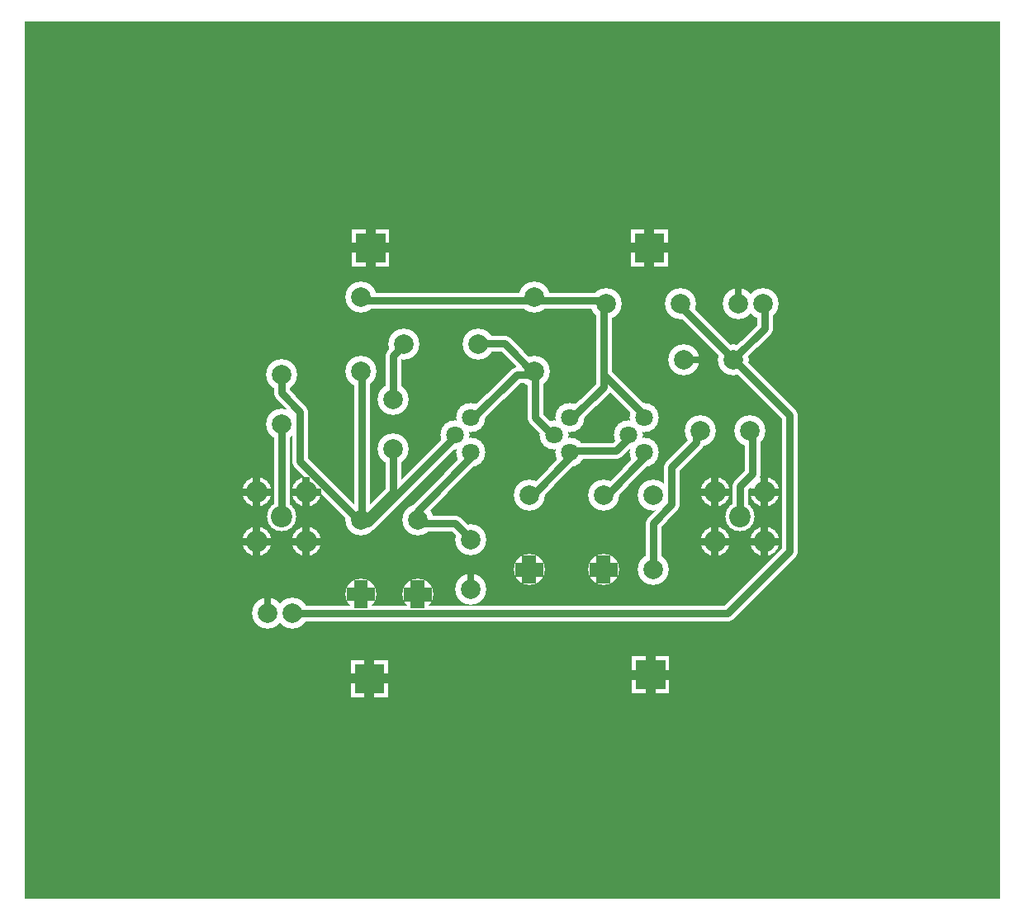
<source format=gbr>
%FSLAX34Y34*%
%MOMM*%
%LNCOPPER_BOTTOM*%
G71*
G01*
%ADD10C,3.200*%
%ADD11C,3.000*%
%ADD12C,1.600*%
%ADD13C,3.000*%
%ADD14C,2.800*%
%ADD15C,3.200*%
%ADD16C,0.667*%
%ADD17C,0.813*%
%ADD18C,0.733*%
%ADD19C,1.380*%
%ADD20C,1.467*%
%ADD21C,1.447*%
%ADD22C,1.000*%
%ADD23C,2.230*%
%ADD24C,2.000*%
%ADD25C,1.800*%
%ADD26C,0.800*%
%ADD27C,2.200*%
%ADD28C,2.000*%
%ADD29C,3.000*%
%LPD*%
G36*
X-200000Y700000D02*
X800000Y700000D01*
X800000Y-200000D01*
X-200000Y-200000D01*
X-200000Y700000D01*
G37*
%LPC*%
X144829Y341175D02*
G54D10*
D03*
X144879Y417425D02*
G54D10*
D03*
X63836Y337775D02*
G54D10*
D03*
X63948Y286794D02*
G54D10*
D03*
X178135Y312375D02*
G54D10*
D03*
X178248Y261394D02*
G54D10*
D03*
X144845Y112575D02*
G54D10*
D03*
X144895Y188825D02*
G54D10*
D03*
X265566Y369189D02*
G54D10*
D03*
X189316Y369239D02*
G54D10*
D03*
X203225Y188825D02*
G54D10*
D03*
X203175Y112575D02*
G54D10*
D03*
X322629Y341174D02*
G54D10*
D03*
X322678Y417424D02*
G54D10*
D03*
X257889Y117607D02*
G54D10*
D03*
X257777Y168588D02*
G54D10*
D03*
X317525Y214225D02*
G54D10*
D03*
X317475Y137975D02*
G54D10*
D03*
X393725Y214225D02*
G54D10*
D03*
X393675Y137975D02*
G54D10*
D03*
X444525Y214225D02*
G54D10*
D03*
X444475Y137975D02*
G54D10*
D03*
X543997Y280269D02*
G54D10*
D03*
X493016Y280157D02*
G54D10*
D03*
X472542Y410993D02*
G54D10*
D03*
X396292Y411043D02*
G54D10*
D03*
X531975Y410475D02*
G54D10*
D03*
X557475Y410475D02*
G54D10*
D03*
X49375Y92975D02*
G54D10*
D03*
X74875Y92975D02*
G54D10*
D03*
X257200Y293600D02*
G54D11*
D03*
X241300Y276025D02*
G54D11*
D03*
X257235Y258409D02*
G54D11*
D03*
X358800Y293600D02*
G54D11*
D03*
X342900Y276025D02*
G54D11*
D03*
X358835Y258409D02*
G54D11*
D03*
X435000Y293600D02*
G54D11*
D03*
X419100Y276025D02*
G54D11*
D03*
X435035Y258409D02*
G54D11*
D03*
G54D12*
X144895Y188825D02*
X146050Y185750D01*
X146050Y338150D01*
X144829Y341175D01*
G54D12*
X322678Y417424D02*
X323850Y414350D01*
X146050Y414350D01*
X144879Y417425D01*
G54D12*
X189316Y369239D02*
X190500Y369900D01*
X177800Y357200D01*
X177800Y312750D01*
X178135Y312375D01*
G54D12*
X144895Y188825D02*
X146050Y185750D01*
X177800Y217500D01*
X177800Y261950D01*
X178248Y261394D01*
G54D12*
X241300Y276025D02*
X241300Y274650D01*
X152400Y185750D01*
X146050Y185750D01*
X144895Y188825D01*
G54D12*
X257235Y258409D02*
X260350Y255600D01*
X203200Y198450D01*
X203200Y185750D01*
X203225Y188825D01*
G54D12*
X257777Y168588D02*
X260350Y166700D01*
X241300Y185750D01*
X203200Y185750D01*
X203225Y188825D01*
G54D12*
X358835Y258409D02*
X361950Y255600D01*
X317500Y211150D01*
X317525Y214225D01*
G54D12*
X342900Y276025D02*
X342900Y274650D01*
X323850Y293700D01*
X323850Y338150D01*
X322629Y341174D01*
G54D12*
X358800Y293600D02*
X361950Y293700D01*
X393700Y325450D01*
X393700Y408000D01*
X396292Y411043D01*
G54D12*
X322629Y341174D02*
X323850Y338150D01*
X292100Y369900D01*
X266700Y369900D01*
X265566Y369189D01*
G54D12*
X435000Y293600D02*
X438150Y293700D01*
X393700Y338150D01*
X393700Y408000D01*
X396292Y411043D01*
G54D12*
X493016Y280157D02*
X495300Y281000D01*
X488950Y274650D01*
X488950Y268300D01*
X463550Y242900D01*
X463550Y204800D01*
X444500Y185750D01*
X444500Y134950D01*
X444475Y137975D01*
G54D12*
X435035Y258409D02*
X438150Y255600D01*
X393700Y211150D01*
X393725Y214225D01*
G54D12*
X257200Y293600D02*
X260350Y293700D01*
X304800Y338150D01*
X323850Y338150D01*
X322629Y341174D01*
G54D12*
X396292Y411043D02*
X393700Y408000D01*
X387350Y414350D01*
X323850Y414350D01*
X322678Y417424D01*
X38100Y217500D02*
G54D13*
D03*
X88900Y217500D02*
G54D13*
D03*
X63500Y192100D02*
G54D13*
D03*
X88900Y166700D02*
G54D13*
D03*
X38100Y166700D02*
G54D13*
D03*
X508000Y217500D02*
G54D13*
D03*
X558800Y217500D02*
G54D13*
D03*
X533400Y192100D02*
G54D13*
D03*
X558800Y166700D02*
G54D13*
D03*
X508000Y166700D02*
G54D13*
D03*
G54D12*
X63500Y192100D02*
X63500Y287350D01*
X63948Y286794D01*
G54D12*
X144895Y188825D02*
X146050Y185750D01*
X82550Y249250D01*
X82550Y300050D01*
X63500Y319100D01*
X63500Y338150D01*
X63836Y337775D01*
G54D12*
X533400Y192100D02*
X533400Y223850D01*
X546100Y236550D01*
X546100Y281000D01*
X543997Y280269D01*
X476226Y352909D02*
G54D10*
D03*
X527206Y353022D02*
G54D10*
D03*
G54D12*
X527206Y353022D02*
X527050Y354000D01*
X584200Y296850D01*
X584200Y157150D01*
X520700Y93650D01*
X76200Y93650D01*
X74875Y92975D01*
G54D12*
X527206Y353022D02*
X527050Y354000D01*
X469900Y411150D01*
X472542Y410993D01*
G54D12*
X527206Y353022D02*
X527050Y354000D01*
X558800Y385750D01*
X558800Y411150D01*
X557475Y410475D01*
G54D12*
X419100Y276025D02*
X419100Y273050D01*
X406400Y260350D01*
X361950Y260350D01*
X358835Y258409D01*
X144845Y112575D02*
G54D14*
D03*
X203175Y112575D02*
G54D14*
D03*
X317475Y137975D02*
G54D14*
D03*
X393675Y137975D02*
G54D14*
D03*
X144845Y112575D02*
G54D14*
D03*
X203175Y112575D02*
G54D14*
D03*
X317475Y137975D02*
G54D14*
D03*
X393675Y137975D02*
G54D14*
D03*
G36*
X135973Y487148D02*
X173973Y487148D01*
X173973Y449148D01*
X135973Y449148D01*
X135973Y487148D01*
G37*
G36*
X421723Y487148D02*
X459723Y487148D01*
X459723Y449148D01*
X421723Y449148D01*
X421723Y487148D01*
G37*
G36*
X134703Y45188D02*
X172703Y45188D01*
X172703Y7188D01*
X134703Y7188D01*
X134703Y45188D01*
G37*
G36*
X422993Y48998D02*
X460993Y48998D01*
X460993Y10998D01*
X422993Y10998D01*
X422993Y48998D01*
G37*
X24790Y471400D02*
G54D15*
D03*
X24790Y26900D02*
G54D15*
D03*
X574700Y26900D02*
G54D15*
D03*
X574700Y471400D02*
G54D15*
D03*
X523900Y471400D02*
G54D15*
D03*
X79400Y26900D02*
G54D15*
D03*
%LPD*%
G54D16*
G36*
X254556Y117607D02*
X254556Y134107D01*
X261223Y134107D01*
X261223Y117607D01*
X254556Y117607D01*
G37*
G54D16*
G36*
X528642Y410475D02*
X528642Y426975D01*
X535308Y426975D01*
X535308Y410475D01*
X528642Y410475D01*
G37*
G54D17*
G54D16*
G36*
X46042Y92975D02*
X46042Y109475D01*
X52708Y109475D01*
X52708Y92975D01*
X46042Y92975D01*
G37*
G54D17*
G54D18*
G36*
X34433Y217500D02*
X34433Y233000D01*
X41767Y233000D01*
X41767Y217500D01*
X34433Y217500D01*
G37*
G36*
X38100Y221167D02*
X53600Y221167D01*
X53600Y213833D01*
X38100Y213833D01*
X38100Y221167D01*
G37*
G36*
X41767Y217500D02*
X41767Y202000D01*
X34433Y202000D01*
X34433Y217500D01*
X41767Y217500D01*
G37*
G36*
X38100Y213833D02*
X22600Y213833D01*
X22600Y221167D01*
X38100Y221167D01*
X38100Y213833D01*
G37*
G54D18*
G36*
X85233Y217500D02*
X85233Y233000D01*
X92567Y233000D01*
X92567Y217500D01*
X85233Y217500D01*
G37*
G36*
X88900Y221167D02*
X104400Y221167D01*
X104400Y213833D01*
X88900Y213833D01*
X88900Y221167D01*
G37*
G36*
X92567Y217500D02*
X92567Y202000D01*
X85233Y202000D01*
X85233Y217500D01*
X92567Y217500D01*
G37*
G36*
X88900Y213833D02*
X73400Y213833D01*
X73400Y221167D01*
X88900Y221167D01*
X88900Y213833D01*
G37*
G54D18*
G36*
X85233Y166700D02*
X85233Y182200D01*
X92567Y182200D01*
X92567Y166700D01*
X85233Y166700D01*
G37*
G36*
X88900Y170367D02*
X104400Y170367D01*
X104400Y163033D01*
X88900Y163033D01*
X88900Y170367D01*
G37*
G36*
X92567Y166700D02*
X92567Y151200D01*
X85233Y151200D01*
X85233Y166700D01*
X92567Y166700D01*
G37*
G36*
X88900Y163033D02*
X73400Y163033D01*
X73400Y170367D01*
X88900Y170367D01*
X88900Y163033D01*
G37*
G54D18*
G36*
X34433Y166700D02*
X34433Y182200D01*
X41767Y182200D01*
X41767Y166700D01*
X34433Y166700D01*
G37*
G36*
X38100Y170367D02*
X53600Y170367D01*
X53600Y163033D01*
X38100Y163033D01*
X38100Y170367D01*
G37*
G36*
X41767Y166700D02*
X41767Y151200D01*
X34433Y151200D01*
X34433Y166700D01*
X41767Y166700D01*
G37*
G36*
X38100Y163033D02*
X22600Y163033D01*
X22600Y170367D01*
X38100Y170367D01*
X38100Y163033D01*
G37*
G54D18*
G36*
X504333Y217500D02*
X504333Y233000D01*
X511667Y233000D01*
X511667Y217500D01*
X504333Y217500D01*
G37*
G36*
X508000Y221167D02*
X523500Y221167D01*
X523500Y213833D01*
X508000Y213833D01*
X508000Y221167D01*
G37*
G36*
X511667Y217500D02*
X511667Y202000D01*
X504333Y202000D01*
X504333Y217500D01*
X511667Y217500D01*
G37*
G36*
X508000Y213833D02*
X492500Y213833D01*
X492500Y221167D01*
X508000Y221167D01*
X508000Y213833D01*
G37*
G54D18*
G36*
X555133Y217500D02*
X555133Y233000D01*
X562467Y233000D01*
X562467Y217500D01*
X555133Y217500D01*
G37*
G36*
X558800Y221167D02*
X574300Y221167D01*
X574300Y213833D01*
X558800Y213833D01*
X558800Y221167D01*
G37*
G36*
X562467Y217500D02*
X562467Y202000D01*
X555133Y202000D01*
X555133Y217500D01*
X562467Y217500D01*
G37*
G36*
X558800Y213833D02*
X543300Y213833D01*
X543300Y221167D01*
X558800Y221167D01*
X558800Y213833D01*
G37*
G54D18*
G36*
X555133Y166700D02*
X555133Y182200D01*
X562467Y182200D01*
X562467Y166700D01*
X555133Y166700D01*
G37*
G36*
X558800Y170367D02*
X574300Y170367D01*
X574300Y163033D01*
X558800Y163033D01*
X558800Y170367D01*
G37*
G36*
X562467Y166700D02*
X562467Y151200D01*
X555133Y151200D01*
X555133Y166700D01*
X562467Y166700D01*
G37*
G36*
X558800Y163033D02*
X543300Y163033D01*
X543300Y170367D01*
X558800Y170367D01*
X558800Y163033D01*
G37*
G54D18*
G36*
X504333Y166700D02*
X504333Y182200D01*
X511667Y182200D01*
X511667Y166700D01*
X504333Y166700D01*
G37*
G36*
X508000Y170367D02*
X523500Y170367D01*
X523500Y163033D01*
X508000Y163033D01*
X508000Y170367D01*
G37*
G36*
X511667Y166700D02*
X511667Y151200D01*
X504333Y151200D01*
X504333Y166700D01*
X511667Y166700D01*
G37*
G36*
X508000Y163033D02*
X492500Y163033D01*
X492500Y170367D01*
X508000Y170367D01*
X508000Y163033D01*
G37*
G54D16*
G36*
X476226Y356243D02*
X492726Y356243D01*
X492726Y349576D01*
X476226Y349576D01*
X476226Y356243D01*
G37*
G54D19*
G36*
X137945Y112575D02*
X137945Y127075D01*
X151745Y127075D01*
X151745Y112575D01*
X137945Y112575D01*
G37*
G36*
X144845Y119475D02*
X159345Y119475D01*
X159345Y105675D01*
X144845Y105675D01*
X144845Y119475D01*
G37*
G36*
X151745Y112575D02*
X151745Y98075D01*
X137945Y98075D01*
X137945Y112575D01*
X151745Y112575D01*
G37*
G36*
X144845Y105675D02*
X130345Y105675D01*
X130345Y119475D01*
X144845Y119475D01*
X144845Y105675D01*
G37*
G54D20*
G36*
X195842Y112575D02*
X195842Y127075D01*
X210508Y127075D01*
X210508Y112575D01*
X195842Y112575D01*
G37*
G36*
X203175Y119908D02*
X217675Y119908D01*
X217675Y105242D01*
X203175Y105242D01*
X203175Y119908D01*
G37*
G36*
X210508Y112575D02*
X210508Y98075D01*
X195842Y98075D01*
X195842Y112575D01*
X210508Y112575D01*
G37*
G36*
X203175Y105242D02*
X188675Y105242D01*
X188675Y119908D01*
X203175Y119908D01*
X203175Y105242D01*
G37*
G54D21*
G36*
X310242Y137975D02*
X310242Y152475D01*
X324708Y152475D01*
X324708Y137975D01*
X310242Y137975D01*
G37*
G36*
X317475Y145208D02*
X331975Y145208D01*
X331975Y130742D01*
X317475Y130742D01*
X317475Y145208D01*
G37*
G36*
X324708Y137975D02*
X324708Y123475D01*
X310242Y123475D01*
X310242Y137975D01*
X324708Y137975D01*
G37*
G36*
X317475Y130742D02*
X302975Y130742D01*
X302975Y145208D01*
X317475Y145208D01*
X317475Y130742D01*
G37*
G54D21*
G36*
X386442Y137975D02*
X386442Y152475D01*
X400908Y152475D01*
X400908Y137975D01*
X386442Y137975D01*
G37*
G36*
X393675Y145208D02*
X408175Y145208D01*
X408175Y130742D01*
X393675Y130742D01*
X393675Y145208D01*
G37*
G36*
X400908Y137975D02*
X400908Y123475D01*
X386442Y123475D01*
X386442Y137975D01*
X400908Y137975D01*
G37*
G36*
X393675Y130742D02*
X379175Y130742D01*
X379175Y145208D01*
X393675Y145208D01*
X393675Y130742D01*
G37*
G54D22*
G36*
X149973Y468148D02*
X149973Y487648D01*
X159973Y487648D01*
X159973Y468148D01*
X149973Y468148D01*
G37*
G36*
X154973Y473148D02*
X174473Y473148D01*
X174473Y463148D01*
X154973Y463148D01*
X154973Y473148D01*
G37*
G36*
X159973Y468148D02*
X159973Y448648D01*
X149973Y448648D01*
X149973Y468148D01*
X159973Y468148D01*
G37*
G36*
X154973Y463148D02*
X135473Y463148D01*
X135473Y473148D01*
X154973Y473148D01*
X154973Y463148D01*
G37*
G54D22*
G36*
X435723Y468148D02*
X435723Y487648D01*
X445723Y487648D01*
X445723Y468148D01*
X435723Y468148D01*
G37*
G36*
X440723Y473148D02*
X460223Y473148D01*
X460223Y463148D01*
X440723Y463148D01*
X440723Y473148D01*
G37*
G36*
X445723Y468148D02*
X445723Y448648D01*
X435723Y448648D01*
X435723Y468148D01*
X445723Y468148D01*
G37*
G36*
X440723Y463148D02*
X421223Y463148D01*
X421223Y473148D01*
X440723Y473148D01*
X440723Y463148D01*
G37*
G54D22*
G36*
X148703Y26188D02*
X148703Y45688D01*
X158703Y45688D01*
X158703Y26188D01*
X148703Y26188D01*
G37*
G36*
X153703Y31188D02*
X173203Y31188D01*
X173203Y21188D01*
X153703Y21188D01*
X153703Y31188D01*
G37*
G36*
X158703Y26188D02*
X158703Y6688D01*
X148703Y6688D01*
X148703Y26188D01*
X158703Y26188D01*
G37*
G36*
X153703Y21188D02*
X134203Y21188D01*
X134203Y31188D01*
X153703Y31188D01*
X153703Y21188D01*
G37*
G54D22*
G36*
X436993Y29998D02*
X436993Y49498D01*
X446993Y49498D01*
X446993Y29998D01*
X436993Y29998D01*
G37*
G36*
X441993Y34998D02*
X461493Y34998D01*
X461493Y24998D01*
X441993Y24998D01*
X441993Y34998D01*
G37*
G36*
X446993Y29998D02*
X446993Y10498D01*
X436993Y10498D01*
X436993Y29998D01*
X446993Y29998D01*
G37*
G36*
X441993Y24998D02*
X422493Y24998D01*
X422493Y34998D01*
X441993Y34998D01*
X441993Y24998D01*
G37*
G54D23*
G36*
X24790Y482550D02*
X41290Y482550D01*
X41290Y460250D01*
X24790Y460250D01*
X24790Y482550D01*
G37*
G36*
X35940Y471400D02*
X35940Y454900D01*
X13640Y454900D01*
X13640Y471400D01*
X35940Y471400D01*
G37*
G36*
X24790Y460250D02*
X8290Y460250D01*
X8290Y482550D01*
X24790Y482550D01*
X24790Y460250D01*
G37*
G36*
X13640Y471400D02*
X13640Y487900D01*
X35940Y487900D01*
X35940Y471400D01*
X13640Y471400D01*
G37*
G54D23*
G36*
X24790Y38050D02*
X41290Y38050D01*
X41290Y15750D01*
X24790Y15750D01*
X24790Y38050D01*
G37*
G36*
X35940Y26900D02*
X35940Y10400D01*
X13640Y10400D01*
X13640Y26900D01*
X35940Y26900D01*
G37*
G36*
X24790Y15750D02*
X8290Y15750D01*
X8290Y38050D01*
X24790Y38050D01*
X24790Y15750D01*
G37*
G36*
X13640Y26900D02*
X13640Y43400D01*
X35940Y43400D01*
X35940Y26900D01*
X13640Y26900D01*
G37*
G54D23*
G36*
X574700Y38050D02*
X591200Y38050D01*
X591200Y15750D01*
X574700Y15750D01*
X574700Y38050D01*
G37*
G36*
X585850Y26900D02*
X585850Y10400D01*
X563550Y10400D01*
X563550Y26900D01*
X585850Y26900D01*
G37*
G36*
X574700Y15750D02*
X558200Y15750D01*
X558200Y38050D01*
X574700Y38050D01*
X574700Y15750D01*
G37*
G36*
X563550Y26900D02*
X563550Y43400D01*
X585850Y43400D01*
X585850Y26900D01*
X563550Y26900D01*
G37*
G54D23*
G36*
X574700Y482550D02*
X591200Y482550D01*
X591200Y460250D01*
X574700Y460250D01*
X574700Y482550D01*
G37*
G36*
X585850Y471400D02*
X585850Y454900D01*
X563550Y454900D01*
X563550Y471400D01*
X585850Y471400D01*
G37*
G36*
X574700Y460250D02*
X558200Y460250D01*
X558200Y482550D01*
X574700Y482550D01*
X574700Y460250D01*
G37*
G36*
X563550Y471400D02*
X563550Y487900D01*
X585850Y487900D01*
X585850Y471400D01*
X563550Y471400D01*
G37*
G54D23*
G36*
X523900Y482550D02*
X540400Y482550D01*
X540400Y460250D01*
X523900Y460250D01*
X523900Y482550D01*
G37*
G36*
X535050Y471400D02*
X535050Y454900D01*
X512750Y454900D01*
X512750Y471400D01*
X535050Y471400D01*
G37*
G36*
X523900Y460250D02*
X507400Y460250D01*
X507400Y482550D01*
X523900Y482550D01*
X523900Y460250D01*
G37*
G36*
X512750Y471400D02*
X512750Y487900D01*
X535050Y487900D01*
X535050Y471400D01*
X512750Y471400D01*
G37*
G54D23*
G36*
X79400Y38050D02*
X95900Y38050D01*
X95900Y15750D01*
X79400Y15750D01*
X79400Y38050D01*
G37*
G36*
X90550Y26900D02*
X90550Y10400D01*
X68250Y10400D01*
X68250Y26900D01*
X90550Y26900D01*
G37*
G36*
X79400Y15750D02*
X62900Y15750D01*
X62900Y38050D01*
X79400Y38050D01*
X79400Y15750D01*
G37*
G36*
X68250Y26900D02*
X68250Y43400D01*
X90550Y43400D01*
X90550Y26900D01*
X68250Y26900D01*
G37*
X144829Y341175D02*
G54D24*
D03*
X144879Y417425D02*
G54D24*
D03*
X63836Y337775D02*
G54D24*
D03*
X63948Y286794D02*
G54D24*
D03*
X178135Y312375D02*
G54D24*
D03*
X178248Y261394D02*
G54D24*
D03*
X144845Y112575D02*
G54D24*
D03*
X144895Y188825D02*
G54D24*
D03*
X265566Y369189D02*
G54D24*
D03*
X189316Y369239D02*
G54D24*
D03*
X203225Y188825D02*
G54D24*
D03*
X203175Y112575D02*
G54D24*
D03*
X322629Y341174D02*
G54D24*
D03*
X322678Y417424D02*
G54D24*
D03*
X257889Y117607D02*
G54D24*
D03*
X257777Y168588D02*
G54D24*
D03*
X317525Y214225D02*
G54D24*
D03*
X317475Y137975D02*
G54D24*
D03*
X393725Y214225D02*
G54D24*
D03*
X393675Y137975D02*
G54D24*
D03*
X444525Y214225D02*
G54D24*
D03*
X444475Y137975D02*
G54D24*
D03*
X543997Y280269D02*
G54D24*
D03*
X493016Y280157D02*
G54D24*
D03*
X472542Y410993D02*
G54D24*
D03*
X396292Y411043D02*
G54D24*
D03*
X531975Y410475D02*
G54D24*
D03*
X557475Y410475D02*
G54D24*
D03*
X49375Y92975D02*
G54D24*
D03*
X74875Y92975D02*
G54D24*
D03*
X257200Y293600D02*
G54D25*
D03*
X241300Y276025D02*
G54D25*
D03*
X257235Y258409D02*
G54D25*
D03*
X358800Y293600D02*
G54D25*
D03*
X342900Y276025D02*
G54D25*
D03*
X358835Y258409D02*
G54D25*
D03*
X435000Y293600D02*
G54D25*
D03*
X419100Y276025D02*
G54D25*
D03*
X435035Y258409D02*
G54D25*
D03*
G54D26*
X144895Y188825D02*
X146050Y185750D01*
X146050Y338150D01*
X144829Y341175D01*
G54D26*
X322678Y417424D02*
X323850Y414350D01*
X146050Y414350D01*
X144879Y417425D01*
G54D26*
X189316Y369239D02*
X190500Y369900D01*
X177800Y357200D01*
X177800Y312750D01*
X178135Y312375D01*
G54D26*
X144895Y188825D02*
X146050Y185750D01*
X177800Y217500D01*
X177800Y261950D01*
X178248Y261394D01*
G54D26*
X241300Y276025D02*
X241300Y274650D01*
X152400Y185750D01*
X146050Y185750D01*
X144895Y188825D01*
G54D26*
X257235Y258409D02*
X260350Y255600D01*
X203200Y198450D01*
X203200Y185750D01*
X203225Y188825D01*
G54D26*
X257777Y168588D02*
X260350Y166700D01*
X241300Y185750D01*
X203200Y185750D01*
X203225Y188825D01*
G54D26*
X358835Y258409D02*
X361950Y255600D01*
X317500Y211150D01*
X317525Y214225D01*
G54D26*
X342900Y276025D02*
X342900Y274650D01*
X323850Y293700D01*
X323850Y338150D01*
X322629Y341174D01*
G54D26*
X358800Y293600D02*
X361950Y293700D01*
X393700Y325450D01*
X393700Y408000D01*
X396292Y411043D01*
G54D26*
X322629Y341174D02*
X323850Y338150D01*
X292100Y369900D01*
X266700Y369900D01*
X265566Y369189D01*
G54D26*
X435000Y293600D02*
X438150Y293700D01*
X393700Y338150D01*
X393700Y408000D01*
X396292Y411043D01*
G54D26*
X493016Y280157D02*
X495300Y281000D01*
X488950Y274650D01*
X488950Y268300D01*
X463550Y242900D01*
X463550Y204800D01*
X444500Y185750D01*
X444500Y134950D01*
X444475Y137975D01*
G54D26*
X435035Y258409D02*
X438150Y255600D01*
X393700Y211150D01*
X393725Y214225D01*
G54D26*
X257200Y293600D02*
X260350Y293700D01*
X304800Y338150D01*
X323850Y338150D01*
X322629Y341174D01*
G54D26*
X396292Y411043D02*
X393700Y408000D01*
X387350Y414350D01*
X323850Y414350D01*
X322678Y417424D01*
X38100Y217500D02*
G54D27*
D03*
X88900Y217500D02*
G54D27*
D03*
X63500Y192100D02*
G54D27*
D03*
X88900Y166700D02*
G54D27*
D03*
X38100Y166700D02*
G54D27*
D03*
X508000Y217500D02*
G54D27*
D03*
X558800Y217500D02*
G54D27*
D03*
X533400Y192100D02*
G54D27*
D03*
X558800Y166700D02*
G54D27*
D03*
X508000Y166700D02*
G54D27*
D03*
G54D26*
X63500Y192100D02*
X63500Y287350D01*
X63948Y286794D01*
G54D26*
X144895Y188825D02*
X146050Y185750D01*
X82550Y249250D01*
X82550Y300050D01*
X63500Y319100D01*
X63500Y338150D01*
X63836Y337775D01*
G54D26*
X533400Y192100D02*
X533400Y223850D01*
X546100Y236550D01*
X546100Y281000D01*
X543997Y280269D01*
X476226Y352909D02*
G54D24*
D03*
X527206Y353022D02*
G54D24*
D03*
G54D26*
X527206Y353022D02*
X527050Y354000D01*
X584200Y296850D01*
X584200Y157150D01*
X520700Y93650D01*
X76200Y93650D01*
X74875Y92975D01*
G54D26*
X527206Y353022D02*
X527050Y354000D01*
X469900Y411150D01*
X472542Y410993D01*
G54D26*
X527206Y353022D02*
X527050Y354000D01*
X558800Y385750D01*
X558800Y411150D01*
X557475Y410475D01*
G54D26*
X419100Y276025D02*
X419100Y273050D01*
X406400Y260350D01*
X361950Y260350D01*
X358835Y258409D01*
X144845Y112575D02*
G54D28*
D03*
X203175Y112575D02*
G54D28*
D03*
X317475Y137975D02*
G54D28*
D03*
X393675Y137975D02*
G54D28*
D03*
X144845Y112575D02*
G54D28*
D03*
X203175Y112575D02*
G54D28*
D03*
X317475Y137975D02*
G54D28*
D03*
X393675Y137975D02*
G54D28*
D03*
G36*
X139973Y483148D02*
X169973Y483148D01*
X169973Y453148D01*
X139973Y453148D01*
X139973Y483148D01*
G37*
G36*
X425723Y483148D02*
X455723Y483148D01*
X455723Y453148D01*
X425723Y453148D01*
X425723Y483148D01*
G37*
G36*
X138703Y41188D02*
X168703Y41188D01*
X168703Y11188D01*
X138703Y11188D01*
X138703Y41188D01*
G37*
G36*
X426993Y44998D02*
X456993Y44998D01*
X456993Y14998D01*
X426993Y14998D01*
X426993Y44998D01*
G37*
X24790Y471400D02*
G54D29*
D03*
X24790Y26900D02*
G54D29*
D03*
X574700Y26900D02*
G54D29*
D03*
X574700Y471400D02*
G54D29*
D03*
X523900Y471400D02*
G54D29*
D03*
X79400Y26900D02*
G54D29*
D03*
M02*

</source>
